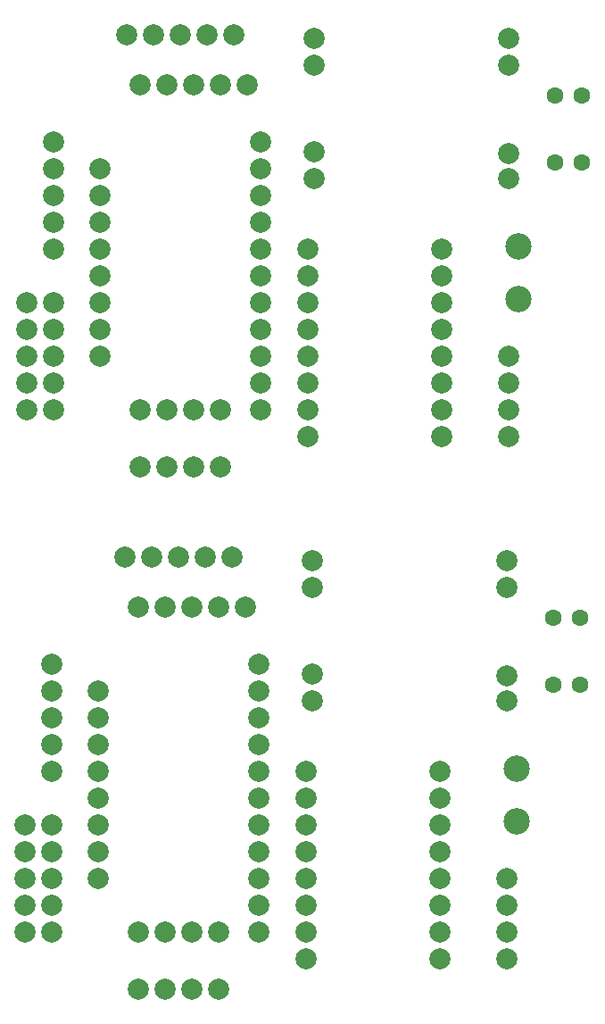
<source format=gbr>
G04 DipTrace 3.3.1.0*
G04 Top.gbr*
%MOMM*%
G04 #@! TF.FileFunction,Copper,L1,Top*
G04 #@! TF.Part,Single*
%ADD21C,2.5*%
%ADD25C,1.6*%
%ADD30C,2.0*%
%FSLAX35Y35*%
G04*
G71*
G90*
G75*
G01*
G04 Top_Plane*
%LPD*%
D21*
X5984750Y2936750D3*
Y3436750D3*
X6000627Y7889750D3*
Y8389750D3*
D25*
X6334000Y4873500D3*
X6588000D3*
X6334000Y4238500D3*
X6588000D3*
X6349877Y9826500D3*
X6603877D3*
X6349877Y9191500D3*
X6603877D3*
D30*
X1571500Y3413000D3*
Y3667000D3*
Y3921000D3*
Y4175000D3*
Y4429000D3*
X1587373Y8366000D3*
Y8620000D3*
Y8874000D3*
Y9128000D3*
Y9382000D3*
X3286000Y5445000D3*
X3032000D3*
X2778000D3*
X2524000D3*
X2270000D3*
X3301877Y10398000D3*
X3047877D3*
X2793877D3*
X2539877D3*
X2285877D3*
X2397000Y1349250D3*
X2651000D3*
X2905000D3*
X3159000D3*
X2412877Y6302250D3*
X2666877D3*
X2920877D3*
X3174877D3*
X1571500Y1889000D3*
Y2143000D3*
Y2397000D3*
Y2651000D3*
Y2905000D3*
X1317500Y1889000D3*
Y2143000D3*
Y2397000D3*
Y2651000D3*
Y2905000D3*
X1587373Y6842000D3*
Y7096000D3*
Y7350000D3*
Y7604000D3*
Y7858000D3*
X1333377Y6842000D3*
Y7096000D3*
Y7350000D3*
Y7604000D3*
Y7858000D3*
X5889500Y1635000D3*
Y1889000D3*
Y2143000D3*
Y2397000D3*
X5905373Y6588000D3*
Y6842000D3*
Y7096000D3*
Y7350000D3*
X5889500Y5413250D3*
Y5159250D3*
X4048000Y5413250D3*
Y5159250D3*
X5889500Y4317850D3*
Y4079750D3*
X4048000Y4333750D3*
Y4079750D3*
X5254620Y1635000D3*
X3984620Y3159000D3*
Y2905000D3*
Y2397000D3*
Y2143000D3*
Y1889000D3*
Y1635000D3*
X5254620Y3413000D3*
Y3159000D3*
Y2905000D3*
Y2651000D3*
Y2143000D3*
Y1889000D3*
X3984620Y3413000D3*
X5254620Y2397000D3*
X3984620Y2651000D3*
X5905377Y10366250D3*
Y10112250D3*
X4063873Y10366250D3*
Y10112250D3*
X5905377Y9270850D3*
Y9032750D3*
X4063873Y9286750D3*
Y9032750D3*
X5270497Y6588000D3*
X4000493Y8112000D3*
Y7858000D3*
Y7350000D3*
Y7096000D3*
Y6842000D3*
Y6588000D3*
X5270497Y8366000D3*
Y8112000D3*
Y7858000D3*
Y7604000D3*
Y7096000D3*
Y6842000D3*
X4000493Y8366000D3*
X5270497Y7350000D3*
X4000493Y7604000D3*
X3555877Y6842000D3*
Y7096000D3*
Y7350000D3*
Y7604000D3*
Y7858000D3*
Y8112000D3*
Y8366000D3*
Y8620000D3*
Y8874000D3*
Y9128000D3*
Y9382000D3*
X3174877Y6842000D3*
X2920877D3*
X2666877D3*
X3174877Y9921750D3*
X2920877D3*
X2412877D3*
X2666877D3*
X3428877D3*
X2031877Y7350000D3*
Y7604000D3*
Y7858000D3*
Y8112000D3*
Y8366000D3*
Y8620000D3*
Y8874000D3*
Y9128000D3*
X2412877Y6842000D3*
X3540000Y1889000D3*
Y2143000D3*
Y2397000D3*
Y2651000D3*
Y2905000D3*
Y3159000D3*
Y3413000D3*
Y3667000D3*
Y3921000D3*
Y4175000D3*
Y4429000D3*
X3159000Y1889000D3*
X2905000D3*
X2651000D3*
X3159000Y4968750D3*
X2905000D3*
X2397000D3*
X2651000D3*
X3413000D3*
X2016000Y2397000D3*
Y2651000D3*
Y2905000D3*
Y3159000D3*
Y3413000D3*
Y3667000D3*
Y3921000D3*
Y4175000D3*
X2397000Y1889000D3*
M02*

</source>
